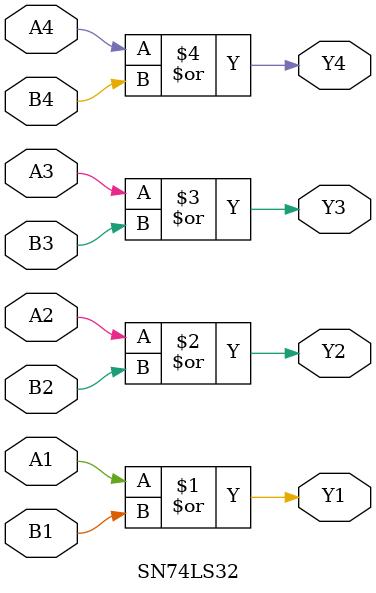
<source format=v>
module SN74LS32 (   
	input  A1, B1,  // Gate 1 inputs (pins 1, 2)
    input  A2, B2,  // Gate 2 inputs (pins 4, 5)
    input  A3, B3,  // Gate 3 inputs (pins 9, 10)
    input  A4, B4,  // Gate 4 inputs (pins 12, 13)
    output Y1,      // Gate 1 output (pin 3)
    output Y2,      // Gate 2 output (pin 6)
    output Y3,      // Gate 3 output (pin 8)
    output Y4       // Gate 4 output (pin 11)
);

assign Y1 = A1 | B1;  //as this is single bit operation we can also use logical or(||)
assign Y2 = A2 | B2;
assign Y3 = A3 | B3;
assign Y4 = A4 | B4;

endmodule

</source>
